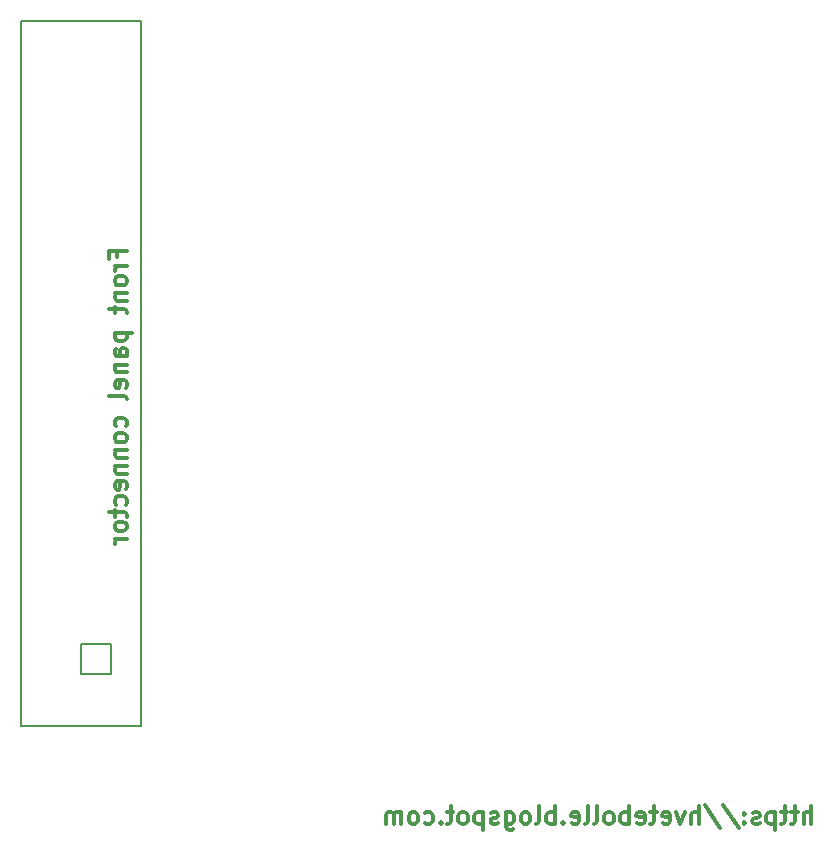
<source format=gbo>
G04 #@! TF.FileFunction,Legend,Bot*
%FSLAX46Y46*%
G04 Gerber Fmt 4.6, Leading zero omitted, Abs format (unit mm)*
G04 Created by KiCad (PCBNEW 4.0.7) date 09/23/18 19:15:46*
%MOMM*%
%LPD*%
G01*
G04 APERTURE LIST*
%ADD10C,0.100000*%
%ADD11C,0.300000*%
%ADD12C,0.200000*%
G04 APERTURE END LIST*
D10*
D11*
X167860001Y-146093571D02*
X167860001Y-144593571D01*
X167217144Y-146093571D02*
X167217144Y-145307857D01*
X167288573Y-145165000D01*
X167431430Y-145093571D01*
X167645715Y-145093571D01*
X167788573Y-145165000D01*
X167860001Y-145236429D01*
X166717144Y-145093571D02*
X166145715Y-145093571D01*
X166502858Y-144593571D02*
X166502858Y-145879286D01*
X166431430Y-146022143D01*
X166288572Y-146093571D01*
X166145715Y-146093571D01*
X165860001Y-145093571D02*
X165288572Y-145093571D01*
X165645715Y-144593571D02*
X165645715Y-145879286D01*
X165574287Y-146022143D01*
X165431429Y-146093571D01*
X165288572Y-146093571D01*
X164788572Y-145093571D02*
X164788572Y-146593571D01*
X164788572Y-145165000D02*
X164645715Y-145093571D01*
X164360001Y-145093571D01*
X164217144Y-145165000D01*
X164145715Y-145236429D01*
X164074286Y-145379286D01*
X164074286Y-145807857D01*
X164145715Y-145950714D01*
X164217144Y-146022143D01*
X164360001Y-146093571D01*
X164645715Y-146093571D01*
X164788572Y-146022143D01*
X163502858Y-146022143D02*
X163360001Y-146093571D01*
X163074286Y-146093571D01*
X162931429Y-146022143D01*
X162860001Y-145879286D01*
X162860001Y-145807857D01*
X162931429Y-145665000D01*
X163074286Y-145593571D01*
X163288572Y-145593571D01*
X163431429Y-145522143D01*
X163502858Y-145379286D01*
X163502858Y-145307857D01*
X163431429Y-145165000D01*
X163288572Y-145093571D01*
X163074286Y-145093571D01*
X162931429Y-145165000D01*
X162217143Y-145950714D02*
X162145715Y-146022143D01*
X162217143Y-146093571D01*
X162288572Y-146022143D01*
X162217143Y-145950714D01*
X162217143Y-146093571D01*
X162217143Y-145165000D02*
X162145715Y-145236429D01*
X162217143Y-145307857D01*
X162288572Y-145236429D01*
X162217143Y-145165000D01*
X162217143Y-145307857D01*
X160431429Y-144522143D02*
X161717143Y-146450714D01*
X158860000Y-144522143D02*
X160145714Y-146450714D01*
X158359999Y-146093571D02*
X158359999Y-144593571D01*
X157717142Y-146093571D02*
X157717142Y-145307857D01*
X157788571Y-145165000D01*
X157931428Y-145093571D01*
X158145713Y-145093571D01*
X158288571Y-145165000D01*
X158359999Y-145236429D01*
X157145713Y-145093571D02*
X156788570Y-146093571D01*
X156431428Y-145093571D01*
X155288571Y-146022143D02*
X155431428Y-146093571D01*
X155717142Y-146093571D01*
X155859999Y-146022143D01*
X155931428Y-145879286D01*
X155931428Y-145307857D01*
X155859999Y-145165000D01*
X155717142Y-145093571D01*
X155431428Y-145093571D01*
X155288571Y-145165000D01*
X155217142Y-145307857D01*
X155217142Y-145450714D01*
X155931428Y-145593571D01*
X154788571Y-145093571D02*
X154217142Y-145093571D01*
X154574285Y-144593571D02*
X154574285Y-145879286D01*
X154502857Y-146022143D01*
X154359999Y-146093571D01*
X154217142Y-146093571D01*
X153145714Y-146022143D02*
X153288571Y-146093571D01*
X153574285Y-146093571D01*
X153717142Y-146022143D01*
X153788571Y-145879286D01*
X153788571Y-145307857D01*
X153717142Y-145165000D01*
X153574285Y-145093571D01*
X153288571Y-145093571D01*
X153145714Y-145165000D01*
X153074285Y-145307857D01*
X153074285Y-145450714D01*
X153788571Y-145593571D01*
X152431428Y-146093571D02*
X152431428Y-144593571D01*
X152431428Y-145165000D02*
X152288571Y-145093571D01*
X152002857Y-145093571D01*
X151860000Y-145165000D01*
X151788571Y-145236429D01*
X151717142Y-145379286D01*
X151717142Y-145807857D01*
X151788571Y-145950714D01*
X151860000Y-146022143D01*
X152002857Y-146093571D01*
X152288571Y-146093571D01*
X152431428Y-146022143D01*
X150859999Y-146093571D02*
X151002857Y-146022143D01*
X151074285Y-145950714D01*
X151145714Y-145807857D01*
X151145714Y-145379286D01*
X151074285Y-145236429D01*
X151002857Y-145165000D01*
X150859999Y-145093571D01*
X150645714Y-145093571D01*
X150502857Y-145165000D01*
X150431428Y-145236429D01*
X150359999Y-145379286D01*
X150359999Y-145807857D01*
X150431428Y-145950714D01*
X150502857Y-146022143D01*
X150645714Y-146093571D01*
X150859999Y-146093571D01*
X149502856Y-146093571D02*
X149645714Y-146022143D01*
X149717142Y-145879286D01*
X149717142Y-144593571D01*
X148717142Y-146093571D02*
X148860000Y-146022143D01*
X148931428Y-145879286D01*
X148931428Y-144593571D01*
X147574286Y-146022143D02*
X147717143Y-146093571D01*
X148002857Y-146093571D01*
X148145714Y-146022143D01*
X148217143Y-145879286D01*
X148217143Y-145307857D01*
X148145714Y-145165000D01*
X148002857Y-145093571D01*
X147717143Y-145093571D01*
X147574286Y-145165000D01*
X147502857Y-145307857D01*
X147502857Y-145450714D01*
X148217143Y-145593571D01*
X146860000Y-145950714D02*
X146788572Y-146022143D01*
X146860000Y-146093571D01*
X146931429Y-146022143D01*
X146860000Y-145950714D01*
X146860000Y-146093571D01*
X146145714Y-146093571D02*
X146145714Y-144593571D01*
X146145714Y-145165000D02*
X146002857Y-145093571D01*
X145717143Y-145093571D01*
X145574286Y-145165000D01*
X145502857Y-145236429D01*
X145431428Y-145379286D01*
X145431428Y-145807857D01*
X145502857Y-145950714D01*
X145574286Y-146022143D01*
X145717143Y-146093571D01*
X146002857Y-146093571D01*
X146145714Y-146022143D01*
X144574285Y-146093571D02*
X144717143Y-146022143D01*
X144788571Y-145879286D01*
X144788571Y-144593571D01*
X143788571Y-146093571D02*
X143931429Y-146022143D01*
X144002857Y-145950714D01*
X144074286Y-145807857D01*
X144074286Y-145379286D01*
X144002857Y-145236429D01*
X143931429Y-145165000D01*
X143788571Y-145093571D01*
X143574286Y-145093571D01*
X143431429Y-145165000D01*
X143360000Y-145236429D01*
X143288571Y-145379286D01*
X143288571Y-145807857D01*
X143360000Y-145950714D01*
X143431429Y-146022143D01*
X143574286Y-146093571D01*
X143788571Y-146093571D01*
X142002857Y-145093571D02*
X142002857Y-146307857D01*
X142074286Y-146450714D01*
X142145714Y-146522143D01*
X142288571Y-146593571D01*
X142502857Y-146593571D01*
X142645714Y-146522143D01*
X142002857Y-146022143D02*
X142145714Y-146093571D01*
X142431428Y-146093571D01*
X142574286Y-146022143D01*
X142645714Y-145950714D01*
X142717143Y-145807857D01*
X142717143Y-145379286D01*
X142645714Y-145236429D01*
X142574286Y-145165000D01*
X142431428Y-145093571D01*
X142145714Y-145093571D01*
X142002857Y-145165000D01*
X141360000Y-146022143D02*
X141217143Y-146093571D01*
X140931428Y-146093571D01*
X140788571Y-146022143D01*
X140717143Y-145879286D01*
X140717143Y-145807857D01*
X140788571Y-145665000D01*
X140931428Y-145593571D01*
X141145714Y-145593571D01*
X141288571Y-145522143D01*
X141360000Y-145379286D01*
X141360000Y-145307857D01*
X141288571Y-145165000D01*
X141145714Y-145093571D01*
X140931428Y-145093571D01*
X140788571Y-145165000D01*
X140074285Y-145093571D02*
X140074285Y-146593571D01*
X140074285Y-145165000D02*
X139931428Y-145093571D01*
X139645714Y-145093571D01*
X139502857Y-145165000D01*
X139431428Y-145236429D01*
X139359999Y-145379286D01*
X139359999Y-145807857D01*
X139431428Y-145950714D01*
X139502857Y-146022143D01*
X139645714Y-146093571D01*
X139931428Y-146093571D01*
X140074285Y-146022143D01*
X138502856Y-146093571D02*
X138645714Y-146022143D01*
X138717142Y-145950714D01*
X138788571Y-145807857D01*
X138788571Y-145379286D01*
X138717142Y-145236429D01*
X138645714Y-145165000D01*
X138502856Y-145093571D01*
X138288571Y-145093571D01*
X138145714Y-145165000D01*
X138074285Y-145236429D01*
X138002856Y-145379286D01*
X138002856Y-145807857D01*
X138074285Y-145950714D01*
X138145714Y-146022143D01*
X138288571Y-146093571D01*
X138502856Y-146093571D01*
X137574285Y-145093571D02*
X137002856Y-145093571D01*
X137359999Y-144593571D02*
X137359999Y-145879286D01*
X137288571Y-146022143D01*
X137145713Y-146093571D01*
X137002856Y-146093571D01*
X136502856Y-145950714D02*
X136431428Y-146022143D01*
X136502856Y-146093571D01*
X136574285Y-146022143D01*
X136502856Y-145950714D01*
X136502856Y-146093571D01*
X135145713Y-146022143D02*
X135288570Y-146093571D01*
X135574284Y-146093571D01*
X135717142Y-146022143D01*
X135788570Y-145950714D01*
X135859999Y-145807857D01*
X135859999Y-145379286D01*
X135788570Y-145236429D01*
X135717142Y-145165000D01*
X135574284Y-145093571D01*
X135288570Y-145093571D01*
X135145713Y-145165000D01*
X134288570Y-146093571D02*
X134431428Y-146022143D01*
X134502856Y-145950714D01*
X134574285Y-145807857D01*
X134574285Y-145379286D01*
X134502856Y-145236429D01*
X134431428Y-145165000D01*
X134288570Y-145093571D01*
X134074285Y-145093571D01*
X133931428Y-145165000D01*
X133859999Y-145236429D01*
X133788570Y-145379286D01*
X133788570Y-145807857D01*
X133859999Y-145950714D01*
X133931428Y-146022143D01*
X134074285Y-146093571D01*
X134288570Y-146093571D01*
X133145713Y-146093571D02*
X133145713Y-145093571D01*
X133145713Y-145236429D02*
X133074285Y-145165000D01*
X132931427Y-145093571D01*
X132717142Y-145093571D01*
X132574285Y-145165000D01*
X132502856Y-145307857D01*
X132502856Y-146093571D01*
X132502856Y-145307857D02*
X132431427Y-145165000D01*
X132288570Y-145093571D01*
X132074285Y-145093571D01*
X131931427Y-145165000D01*
X131859999Y-145307857D01*
X131859999Y-146093571D01*
D12*
X106045000Y-133350000D02*
X106045000Y-130810000D01*
X108585000Y-133350000D02*
X106045000Y-133350000D01*
X108585000Y-130810000D02*
X108585000Y-133350000D01*
X106045000Y-130810000D02*
X108585000Y-130810000D01*
X111125000Y-78105000D02*
X100965000Y-78105000D01*
X111125000Y-137795000D02*
X111125000Y-78105000D01*
X100965000Y-137795000D02*
X111125000Y-137795000D01*
D11*
X109112857Y-98069287D02*
X109112857Y-97569287D01*
X109898571Y-97569287D02*
X108398571Y-97569287D01*
X108398571Y-98283573D01*
X109898571Y-98855001D02*
X108898571Y-98855001D01*
X109184286Y-98855001D02*
X109041429Y-98926429D01*
X108970000Y-98997858D01*
X108898571Y-99140715D01*
X108898571Y-99283572D01*
X109898571Y-99997858D02*
X109827143Y-99855000D01*
X109755714Y-99783572D01*
X109612857Y-99712143D01*
X109184286Y-99712143D01*
X109041429Y-99783572D01*
X108970000Y-99855000D01*
X108898571Y-99997858D01*
X108898571Y-100212143D01*
X108970000Y-100355000D01*
X109041429Y-100426429D01*
X109184286Y-100497858D01*
X109612857Y-100497858D01*
X109755714Y-100426429D01*
X109827143Y-100355000D01*
X109898571Y-100212143D01*
X109898571Y-99997858D01*
X108898571Y-101140715D02*
X109898571Y-101140715D01*
X109041429Y-101140715D02*
X108970000Y-101212143D01*
X108898571Y-101355001D01*
X108898571Y-101569286D01*
X108970000Y-101712143D01*
X109112857Y-101783572D01*
X109898571Y-101783572D01*
X108898571Y-102283572D02*
X108898571Y-102855001D01*
X108398571Y-102497858D02*
X109684286Y-102497858D01*
X109827143Y-102569286D01*
X109898571Y-102712144D01*
X109898571Y-102855001D01*
X108898571Y-104497858D02*
X110398571Y-104497858D01*
X108970000Y-104497858D02*
X108898571Y-104640715D01*
X108898571Y-104926429D01*
X108970000Y-105069286D01*
X109041429Y-105140715D01*
X109184286Y-105212144D01*
X109612857Y-105212144D01*
X109755714Y-105140715D01*
X109827143Y-105069286D01*
X109898571Y-104926429D01*
X109898571Y-104640715D01*
X109827143Y-104497858D01*
X109898571Y-106497858D02*
X109112857Y-106497858D01*
X108970000Y-106426429D01*
X108898571Y-106283572D01*
X108898571Y-105997858D01*
X108970000Y-105855001D01*
X109827143Y-106497858D02*
X109898571Y-106355001D01*
X109898571Y-105997858D01*
X109827143Y-105855001D01*
X109684286Y-105783572D01*
X109541429Y-105783572D01*
X109398571Y-105855001D01*
X109327143Y-105997858D01*
X109327143Y-106355001D01*
X109255714Y-106497858D01*
X108898571Y-107212144D02*
X109898571Y-107212144D01*
X109041429Y-107212144D02*
X108970000Y-107283572D01*
X108898571Y-107426430D01*
X108898571Y-107640715D01*
X108970000Y-107783572D01*
X109112857Y-107855001D01*
X109898571Y-107855001D01*
X109827143Y-109140715D02*
X109898571Y-108997858D01*
X109898571Y-108712144D01*
X109827143Y-108569287D01*
X109684286Y-108497858D01*
X109112857Y-108497858D01*
X108970000Y-108569287D01*
X108898571Y-108712144D01*
X108898571Y-108997858D01*
X108970000Y-109140715D01*
X109112857Y-109212144D01*
X109255714Y-109212144D01*
X109398571Y-108497858D01*
X109898571Y-110069287D02*
X109827143Y-109926429D01*
X109684286Y-109855001D01*
X108398571Y-109855001D01*
X109827143Y-112426429D02*
X109898571Y-112283572D01*
X109898571Y-111997858D01*
X109827143Y-111855000D01*
X109755714Y-111783572D01*
X109612857Y-111712143D01*
X109184286Y-111712143D01*
X109041429Y-111783572D01*
X108970000Y-111855000D01*
X108898571Y-111997858D01*
X108898571Y-112283572D01*
X108970000Y-112426429D01*
X109898571Y-113283572D02*
X109827143Y-113140714D01*
X109755714Y-113069286D01*
X109612857Y-112997857D01*
X109184286Y-112997857D01*
X109041429Y-113069286D01*
X108970000Y-113140714D01*
X108898571Y-113283572D01*
X108898571Y-113497857D01*
X108970000Y-113640714D01*
X109041429Y-113712143D01*
X109184286Y-113783572D01*
X109612857Y-113783572D01*
X109755714Y-113712143D01*
X109827143Y-113640714D01*
X109898571Y-113497857D01*
X109898571Y-113283572D01*
X108898571Y-114426429D02*
X109898571Y-114426429D01*
X109041429Y-114426429D02*
X108970000Y-114497857D01*
X108898571Y-114640715D01*
X108898571Y-114855000D01*
X108970000Y-114997857D01*
X109112857Y-115069286D01*
X109898571Y-115069286D01*
X108898571Y-115783572D02*
X109898571Y-115783572D01*
X109041429Y-115783572D02*
X108970000Y-115855000D01*
X108898571Y-115997858D01*
X108898571Y-116212143D01*
X108970000Y-116355000D01*
X109112857Y-116426429D01*
X109898571Y-116426429D01*
X109827143Y-117712143D02*
X109898571Y-117569286D01*
X109898571Y-117283572D01*
X109827143Y-117140715D01*
X109684286Y-117069286D01*
X109112857Y-117069286D01*
X108970000Y-117140715D01*
X108898571Y-117283572D01*
X108898571Y-117569286D01*
X108970000Y-117712143D01*
X109112857Y-117783572D01*
X109255714Y-117783572D01*
X109398571Y-117069286D01*
X109827143Y-119069286D02*
X109898571Y-118926429D01*
X109898571Y-118640715D01*
X109827143Y-118497857D01*
X109755714Y-118426429D01*
X109612857Y-118355000D01*
X109184286Y-118355000D01*
X109041429Y-118426429D01*
X108970000Y-118497857D01*
X108898571Y-118640715D01*
X108898571Y-118926429D01*
X108970000Y-119069286D01*
X108898571Y-119497857D02*
X108898571Y-120069286D01*
X108398571Y-119712143D02*
X109684286Y-119712143D01*
X109827143Y-119783571D01*
X109898571Y-119926429D01*
X109898571Y-120069286D01*
X109898571Y-120783572D02*
X109827143Y-120640714D01*
X109755714Y-120569286D01*
X109612857Y-120497857D01*
X109184286Y-120497857D01*
X109041429Y-120569286D01*
X108970000Y-120640714D01*
X108898571Y-120783572D01*
X108898571Y-120997857D01*
X108970000Y-121140714D01*
X109041429Y-121212143D01*
X109184286Y-121283572D01*
X109612857Y-121283572D01*
X109755714Y-121212143D01*
X109827143Y-121140714D01*
X109898571Y-120997857D01*
X109898571Y-120783572D01*
X109898571Y-121926429D02*
X108898571Y-121926429D01*
X109184286Y-121926429D02*
X109041429Y-121997857D01*
X108970000Y-122069286D01*
X108898571Y-122212143D01*
X108898571Y-122355000D01*
D12*
X100965000Y-137795000D02*
X100965000Y-78105000D01*
M02*

</source>
